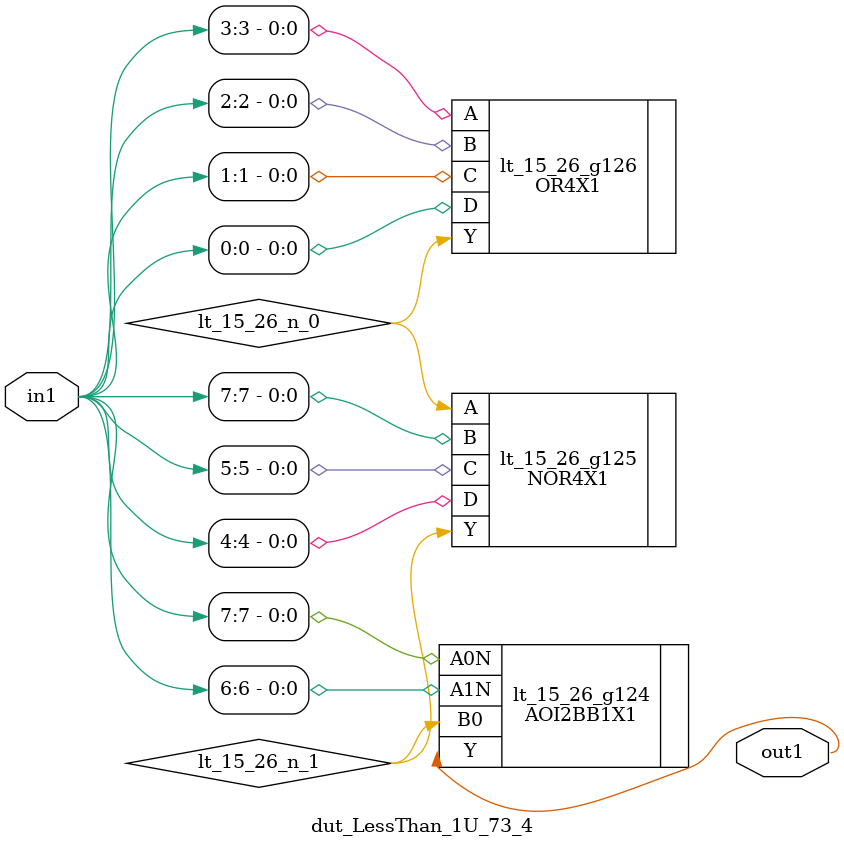
<source format=v>
`timescale 1ps / 1ps


module dut_LessThan_1U_73_4(in1, out1);
  input [7:0] in1;
  output out1;
  wire [7:0] in1;
  wire out1;
  wire lt_15_26_n_0, lt_15_26_n_1;
  AOI2BB1X1 lt_15_26_g124(.A0N (in1[7]), .A1N (in1[6]), .B0
       (lt_15_26_n_1), .Y (out1));
  NOR4X1 lt_15_26_g125(.A (lt_15_26_n_0), .B (in1[7]), .C (in1[5]), .D
       (in1[4]), .Y (lt_15_26_n_1));
  OR4X1 lt_15_26_g126(.A (in1[3]), .B (in1[2]), .C (in1[1]), .D
       (in1[0]), .Y (lt_15_26_n_0));
endmodule



</source>
